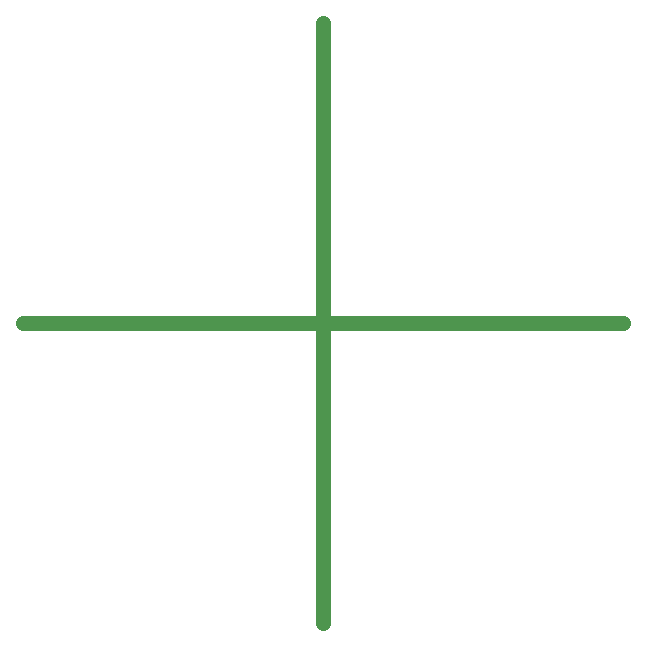
<source format=gbr>
G04 Test image offset *
G04 Crosshairs should be centered on 0,0 in final rendering*
G04 Handcoded by Julian Lamb *
%MOIN*%
%FSLAX23Y23*%
%IOA-2.0B-1.0*%
%ADD10C,0.050*%

G04 Crosshairs to be on 0,0 *
X1000Y1000D02*
G54D10*
X3000Y1000D01*

X2000Y0D02*
G54D10*
X2000Y2000D01*

M02*

</source>
